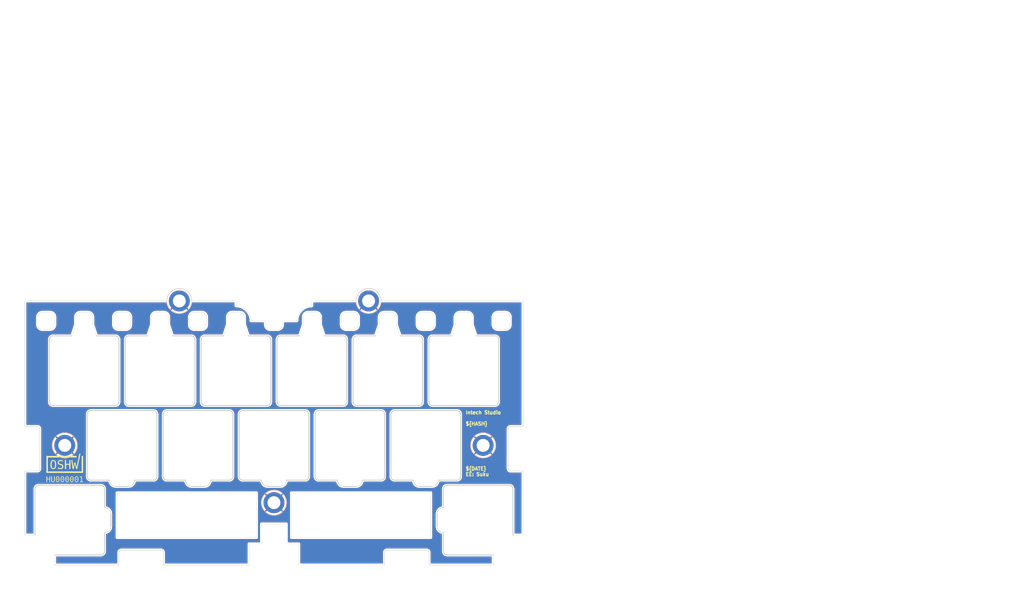
<source format=kicad_pcb>
(kicad_pcb (version 20241229) (generator "pcbnew") (generator_version "9.0")
  (layers (0 "F.Cu" signal) (2 "B.Cu" signal) (13 "F.Paste" user) (15 "B.Paste" user) (5 "F.SilkS" user "F.Silkscreen") (7 "B.SilkS" user "B.Silkscreen") (1 "F.Mask" user) (3 "B.Mask" user) (25 "Edge.Cuts" user))
  (net 0 "")
  (net 1 "GND")
  (footprint "suku_basics:OSHWA" (layer "F.Cu") (at 58 130.6)
    (property "Reference" "LOGO701" (hide yes))
    (property "Value" "OSHWA" (hide yes))
  )
  (footprint "suku_basics:SMD_NUT_M1.6x2.5" (layer "B.Cu") (at 119 97 180)
    (property "Reference" "J1012" (hide yes))
    (property "Value" "SMTSO1625MTJ" (hide yes))
    (pad "1" thru_hole circle (at 0 0) (size 4.2 4.2) (drill 2.6) (layers "*.Cu" "*.Mask") (net 1 "GND"))
  )
  (footprint "suku_basics:SMD_NUT_M1.6x2.5" (layer "B.Cu") (at 81 97 180)
    (property "Reference" "J1011" (hide yes))
    (property "Value" "SMTSO1625MTJ" (hide yes))
    (pad "1" thru_hole circle (at 0 0) (size 4.2 4.2) (drill 2.6) (layers "*.Cu" "*.Mask") (net 1 "GND"))
  )
  (footprint "suku_basics:SMD_NUT_M1.6x2.5" (layer "B.Cu") (at 100 137.5 180)
    (property "Reference" "J1003" (hide yes))
    (property "Value" "SMTSO1625MTJ" (hide yes))
    (pad "1" thru_hole circle (at 0 0) (size 4.2 4.2) (drill 2.6) (layers "*.Cu" "*.Mask") (net 1 "GND"))
  )
  (footprint "suku_basics:SMD_NUT_M1.6x2.5" (layer "B.Cu") (at 142 126 180)
    (property "Reference" "J1001" (hide yes))
    (property "Value" "SMTSO1625MTJ" (hide yes))
    (pad "1" thru_hole circle (at 0 0) (size 4.2 4.2) (drill 2.6) (layers "*.Cu" "*.Mask") (net 1 "GND"))
  )
  (footprint "suku_basics:SMD_NUT_M1.6x2.5" (layer "B.Cu") (at 58 126 180)
    (property "Reference" "J1002" (hide yes))
    (property "Value" "SMTSO1625MTJ" (hide yes))
    (pad "1" thru_hole circle (at 0 0) (size 4.2 4.2) (drill 2.6) (layers "*.Cu" "*.Mask") (net 1 "GND"))
  )
  (gr_line (start 62.52 132.25) (end 62.52 119.75) (stroke (width 0.2)) (layer "Edge.Cuts"))
  (gr_arc (start 100.62 104.75) (mid 100.839677 104.219677) (end 101.37 104) (stroke (width 0.2)) (layer "Edge.Cuts"))
  (gr_line (start 106.25 119) (end 93.75 119) (stroke (width 0.2)) (layer "Edge.Cuts"))
  (gr_line (start 109.37 100.25) (end 109.37 101.75) (stroke (width 0.05)) (layer "Edge.Cuts"))
  (gr_line (start 52.53 101.749999) (end 52.53 100.249999) (stroke (width 0.05)) (layer "Edge.Cuts"))
  (gr_line (start 55.65 118) (end 68.15 118) (stroke (width 0.2)) (layer "Edge.Cuts"))
  (gr_arc (start 124.23 133) (mid 123.699695 132.78032) (end 123.48 132.25) (stroke (width 0.2)) (layer "Edge.Cuts"))
  (gr_arc (start 136.35 100.25) (mid 136.642893 99.542893) (end 137.35 99.25) (stroke (width 0.05)) (layer "Edge.Cuts"))
  (gr_arc (start 68.15 104) (mid 68.680355 104.21966) (end 68.9 104.75) (stroke (width 0.2)) (layer "Edge.Cuts"))
  (gr_line (start 146.47 102.75) (end 144.97 102.75) (stroke (width 0.05)) (layer "Edge.Cuts"))
  (gr_arc (start 83.51 134.25) (mid 82.626142 133.883873) (end 82.26 133) (stroke (width 0.12)) (layer "Edge.Cuts"))
  (gr_line (start 63.65 100.25) (end 63.65 101.75) (stroke (width 0.05)) (layer "Edge.Cuts"))
  (gr_arc (start 131.23 99.25) (mid 131.937107 99.542893) (end 132.23 100.25) (stroke (width 0.05)) (layer "Edge.Cuts"))
  (gr_line (start 85.38 117.25) (end 85.38 104.75) (stroke (width 0.2)) (layer "Edge.Cuts"))
  (gr_line (start 101.75 101) (end 101.75 101.75) (stroke (width 0.05)) (layer "Edge.Cuts"))
  (gr_arc (start 52 134.75) (mid 52.21968 134.219695) (end 52.75 134) (stroke (width 0.2)) (layer "Edge.Cuts"))
  (gr_line (start 132.23 100.25) (end 132.23 101.75) (stroke (width 0.05)) (layer "Edge.Cuts"))
  (gr_line (start 140.6 104) (end 139.85 101.75) (stroke (width 0.05)) (layer "Edge.Cuts"))
  (gr_line (start 129.11 104) (end 125.36 104) (stroke (width 0.2)) (layer "Edge.Cuts"))
  (gr_line (start 134 134.75) (end 134 138.5) (stroke (width 0.2)) (layer "Edge.Cuts"))
  (gr_line (start 99.38 104.75) (end 99.38 117.25) (stroke (width 0.2)) (layer "Edge.Cuts"))
  (gr_line (start 95.000001 145.750001) (end 95 150) (stroke (width 0.05)) (layer "Edge.Cuts"))
  (gr_line (start 106.87 99.25) (end 108.37 99.25) (stroke (width 0.05)) (layer "Edge.Cuts"))
  (gr_line (start 79.64 104) (end 78.89 101.75) (stroke (width 0.05)) (layer "Edge.Cuts"))
  (gr_line (start 134.75 134) (end 147.25 134) (stroke (width 0.2)) (layer "Edge.Cuts"))
  (gr_line (start 76.39 99.25) (end 77.89 99.25) (stroke (width 0.05)) (layer "Edge.Cuts"))
  (gr_arc (start 91.01 119) (mid 91.540355 119.21966) (end 91.76 119.75) (stroke (width 0.2)) (layer "Edge.Cuts"))
  (gr_line (start 128.73 101.75) (end 128.73 100.25) (stroke (width 0.05)) (layer "Edge.Cuts"))
  (gr_line (start 136.73 119) (end 124.23 119) (stroke (width 0.2)) (layer "Edge.Cuts"))
  (gr_arc (start 132.23 101.75) (mid 131.937107 102.457107) (end 131.23 102.75) (stroke (width 0.05)) (layer "Edge.Cuts"))
  (gr_line (start 56.03 100.249999) (end 56.03 101.749999) (stroke (width 0.05)) (layer "Edge.Cuts"))
  (gr_arc (start 143.97 100.25) (mid 144.262893 99.542893) (end 144.97 99.25) (stroke (width 0.05)) (layer "Edge.Cuts"))
  (gr_line (start 83.39 118) (end 70.8901 118) (stroke (width 0.2)) (layer "Edge.Cuts"))
  (gr_arc (start 129.23 134.25) (mid 128.346142 133.883873) (end 127.98 133) (stroke (width 0.12)) (layer "Edge.Cuts"))
  (gr_line (start 55.65 104) (end 59.4 104) (stroke (width 0.2)) (layer "Edge.Cuts"))
  (gr_arc (start 98.63 104) (mid 99.160355 104.21966) (end 99.38 104.75) (stroke (width 0.2)) (layer "Edge.Cuts"))
  (gr_line (start 136.35 101.75) (end 136.35 100.25) (stroke (width 0.05)) (layer "Edge.Cuts"))
  (gr_line (start 96.5 135.5) (end 68.5 135.5) (stroke (width 0.05)) (layer "Edge.Cuts"))
  (gr_arc (start 123.48 119.75) (mid 123.699677 119.219677) (end 124.23 119) (stroke (width 0.2)) (layer "Edge.Cuts"))
  (gr_line (start 107.62 97) (end 116.5 97) (stroke (width 0.05)) (layer "Edge.Cuts"))
  (gr_line (start 129.73 99.25) (end 131.23 99.25) (stroke (width 0.05)) (layer "Edge.Cuts"))
  (gr_arc (start 117.74 133) (mid 117.373891 133.883891) (end 116.49 134.25) (stroke (width 0.12)) (layer "Edge.Cuts"))
  (gr_arc (start 67.25 142.25) (mid 66.883894 143.133908) (end 66 143.5) (stroke (width 0.12)) (layer "Edge.Cuts"))
  (gr_line (start 116.99 100.25) (end 116.99 101.75) (stroke (width 0.05)) (layer "Edge.Cuts"))
  (gr_line (start 68.83 150) (end 56 150) (stroke (width 0.1)) (layer "Edge.Cuts"))
  (gr_line (start 86.01 134.25) (end 83.51 134.25) (stroke (width 0.2)) (layer "Edge.Cuts"))
  (gr_line (start 131.5 135.5) (end 103.5 135.5) (stroke (width 0.05)) (layer "Edge.Cuts"))
  (gr_arc (start 55.65 118) (mid 55.119695 117.78032) (end 54.9 117.25) (stroke (width 0.2)) (layer "Edge.Cuts"))
  (gr_arc (start 116.99 101.75) (mid 116.697107 102.457107) (end 115.99 102.75) (stroke (width 0.05)) (layer "Edge.Cuts"))
  (gr_line (start 130.67 147) (end 122.67 147) (stroke (width 0.1)) (layer "Edge.Cuts"))
  (gr_arc (start 113.49 100.25) (mid 113.782893 99.542893) (end 114.49 99.25) (stroke (width 0.05)) (layer "Edge.Cuts"))
  (gr_line (start 102.5 141.75) (end 102.5 145.75) (stroke (width 0.05)) (layer "Edge.Cuts"))
  (gr_line (start 65.25 148) (end 56 148) (stroke (width 0.2)) (layer "Edge.Cuts"))
  (gr_line (start 120.36 104) (end 121.11 101.75) (stroke (width 0.05)) (layer "Edge.Cuts"))
  (gr_arc (start 55.03 99.249999) (mid 55.737107 99.542892) (end 56.03 100.249999) (stroke (width 0.05)) (layer "Edge.Cuts"))
  (gr_arc (start 106.25 119) (mid 106.780355 119.21966) (end 107 119.75) (stroke (width 0.2)) (layer "Edge.Cuts"))
  (gr_line (start 66 147.25) (end 66 143.5) (stroke (width 0.2)) (layer "Edge.Cuts"))
  (gr_arc (start 147 122.67) (mid 147.146447 122.316447) (end 147.5 122.17) (stroke (width 0.1)) (layer "Edge.Cuts"))
  (gr_line (start 92.38 97) (end 92.38 98) (stroke (width 0.05)) (layer "Edge.Cuts"))
  (gr_line (start 150 97) (end 121.5 97) (stroke (width 0.05)) (layer "Edge.Cuts"))
  (gr_arc (start 129.86 117.25) (mid 129.640337 117.780337) (end 129.11 118) (stroke (width 0.2)) (layer "Edge.Cuts"))
  (gr_arc (start 62.52 119.75) (mid 62.739677 119.219677) (end 63.27 119) (stroke (width 0.2)) (layer "Edge.Cuts"))
  (gr_line (start 56 150) (end 56 148) (stroke (width 0.05)) (layer "Edge.Cuts"))
  (gr_arc (start 53 130.67) (mid 52.853553 131.023553) (end 52.5 131.17) (stroke (width 0.1)) (layer "Edge.Cuts"))
  (gr_line (start 144.35 104) (end 140.6 104) (stroke (width 0.2)) (layer "Edge.Cuts"))
  (gr_line (start 134 147.25) (end 134 143.5) (stroke (width 0.2)) (layer "Edge.Cuts"))
  (gr_arc (start 53.53 102.749999) (mid 52.822893 102.457106) (end 52.53 101.749999) (stroke (width 0.05)) (layer "Edge.Cuts"))
  (gr_line (start 129.86 104.75) (end 129.86 117.25) (stroke (width 0.2)) (layer "Edge.Cuts"))
  (gr_line (start 101.37 104) (end 105.12 104) (stroke (width 0.2)) (layer "Edge.Cuts"))
  (gr_line (start 78.5 97) (end 50 97) (stroke (width 0.05)) (layer "Edge.Cuts"))
  (gr_line (start 63.27 133) (end 67.02 133) (stroke (width 0.2)) (layer "Edge.Cuts"))
  (gr_arc (start 90.63 100.25) (mid 90.922893 99.542893) (end 91.63 99.25) (stroke (width 0.05)) (layer "Edge.Cuts"))
  (gr_line (start 90.63 101.75) (end 90.63 100.25) (stroke (width 0.05)) (layer "Edge.Cuts"))
  (gr_arc (start 136.73 119) (mid 137.260355 119.21966) (end 137.48 119.75) (stroke (width 0.2)) (layer "Edge.Cuts"))
  (gr_line (start 101.25 134.25) (end 98.75 134.25) (stroke (width 0.2)) (layer "Edge.Cuts"))
  (gr_arc (start 91.76 132.25) (mid 91.540337 132.780337) (end 91.01 133) (stroke (width 0.2)) (layer "Edge.Cuts"))
  (gr_line (start 116.61 104) (end 120.36 104) (stroke (width 0.2)) (layer "Edge.Cuts"))
  (gr_arc (start 115.99 99.25) (mid 116.697107 99.542893) (end 116.99 100.25) (stroke (width 0.05)) (layer "Edge.Cuts"))
  (gr_line (start 70.14 117.25) (end 70.14 104.75) (stroke (width 0.2)) (layer "Edge.Cuts"))
  (gr_arc (start 146.47 99.25) (mid 147.177107 99.542893) (end 147.47 100.25) (stroke (width 0.05)) (layer "Edge.Cuts"))
  (gr_line (start 86.13 104) (end 89.88 104) (stroke (width 0.2)) (layer "Edge.Cuts"))
  (gr_arc (start 56.03 101.749999) (mid 55.737107 102.457106) (end 55.03 102.749999) (stroke (width 0.05)) (layer "Edge.Cuts"))
  (gr_arc (start 87.26 133) (mid 86.893891 133.883891) (end 86.01 134.25) (stroke (width 0.12)) (layer "Edge.Cuts"))
  (gr_line (start 83.01 101.75) (end 83.01 100.25) (stroke (width 0.05)) (layer "Edge.Cuts"))
  (gr_arc (start 107 132.25) (mid 106.780337 132.780337) (end 106.25 133) (stroke (width 0.2)) (layer "Edge.Cuts"))
  (gr_line (start 84.14 104.75) (end 84.14 117.25) (stroke (width 0.2)) (layer "Edge.Cuts"))
  (gr_line (start 68.5 144.5) (end 96.5 144.5) (stroke (width 0.05)) (layer "Edge.Cuts"))
  (gr_arc (start 102.5 133) (mid 102.133891 133.883891) (end 101.25 134.25) (stroke (width 0.12)) (layer "Edge.Cuts"))
  (gr_line (start 147.47 100.25) (end 147.47 101.75) (stroke (width 0.05)) (layer "Edge.Cuts"))
  (gr_arc (start 67.77 100.249999) (mid 68.062893 99.542892) (end 68.77 99.249999) (stroke (width 0.05)) (layer "Edge.Cuts"))
  (gr_line (start 55.03 102.749999) (end 53.53 102.749999) (stroke (width 0.05)) (layer "Edge.Cuts"))
  (gr_arc (start 52.5 122.17) (mid 52.853553 122.316447) (end 53 122.67) (stroke (width 0.1)) (layer "Edge.Cuts"))
  (gr_arc (start 84.14 117.25) (mid 83.920337 117.780337) (end 83.39 118) (stroke (width 0.2)) (layer "Edge.Cuts"))
  (gr_line (start 75.39 101.75) (end 75.39 100.25) (stroke (width 0.05)) (layer "Edge.Cuts"))
  (gr_line (start 121.11 101.75) (end 121.11 100.25) (stroke (width 0.05)) (layer "Edge.Cuts"))
  (gr_line (start 145.1 104.75) (end 145.1 117.25) (stroke (width 0.2)) (layer "Edge.Cuts"))
  (gr_line (start 77.33 147) (end 69.33 147) (stroke (width 0.1)) (layer "Edge.Cuts"))
  (gr_line (start 101.75 101) (end 104.62 101) (stroke (width 0.05)) (layer "Edge.Cuts"))
  (gr_line (start 106.25 133) (end 102.5 133) (stroke (width 0.2)) (layer "Edge.Cuts"))
  (gr_line (start 91.76 119.75) (end 91.76 132.25) (stroke (width 0.2)) (layer "Edge.Cuts"))
  (gr_arc (start 77.89 99.25) (mid 78.597107 99.542893) (end 78.89 100.25) (stroke (width 0.05)) (layer "Edge.Cuts"))
  (gr_line (start 137.35 99.25) (end 138.85 99.25) (stroke (width 0.05)) (layer "Edge.Cuts"))
  (gr_line (start 122.17 150) (end 104.999999 150) (stroke (width 0.05)) (layer "Edge.Cuts"))
  (gr_arc (start 75.77 119) (mid 76.300355 119.21966) (end 76.52 119.75) (stroke (width 0.2)) (layer "Edge.Cuts"))
  (gr_arc (start 85.38 104.75) (mid 85.599677 104.219677) (end 86.13 104) (stroke (width 0.2)) (layer "Edge.Cuts"))
  (gr_arc (start 104.62 101) (mid 105.49868 98.87868) (end 107.62 98) (stroke (width 0.05)) (layer "Edge.Cuts"))
  (gr_arc (start 52.53 100.249999) (mid 52.822893 99.542892) (end 53.53 99.249999) (stroke (width 0.05)) (layer "Edge.Cuts"))
  (gr_arc (start 138.85 99.25) (mid 139.557107 99.542893) (end 139.85 100.25) (stroke (width 0.05)) (layer "Edge.Cuts"))
  (gr_arc (start 131.85 118) (mid 131.319695 117.78032) (end 131.1 117.25) (stroke (width 0.2)) (layer "Edge.Cuts"))
  (gr_arc (start 99.25 102.75) (mid 98.542893 102.457107) (end 98.25 101.75) (stroke (width 0.05)) (layer "Edge.Cuts"))
  (gr_line (start 110.12 104) (end 109.37 101.75) (stroke (width 0.05)) (layer "Edge.Cuts"))
  (gr_arc (start 68.27 134.25) (mid 67.386142 133.883873) (end 67.02 133) (stroke (width 0.12)) (layer "Edge.Cuts"))
  (gr_line (start 116.49 134.25) (end 113.99 134.25) (stroke (width 0.2)) (layer "Edge.Cuts"))
  (gr_arc (start 93 119.75) (mid 93.219677 119.219677) (end 93.75 119) (stroke (width 0.2)) (layer "Edge.Cuts"))
  (gr_line (start 93 132.25) (end 93 119.75) (stroke (width 0.2)) (layer "Edge.Cuts"))
  (gr_line (start 144.35 118) (end 131.8501 118) (stroke (width 0.2)) (layer "Edge.Cuts"))
  (gr_arc (start 144.97 102.75) (mid 144.262893 102.457107) (end 143.97 101.75) (stroke (width 0.05)) (layer "Edge.Cuts"))
  (gr_line (start 94.13 100.25) (end 94.13 101.75) (stroke (width 0.05)) (layer "Edge.Cuts"))
  (gr_line (start 137.48 119.75) (end 137.48 132.25) (stroke (width 0.2)) (layer "Edge.Cuts"))
  (gr_line (start 131.23 102.75) (end 129.73 102.75) (stroke (width 0.05)) (layer "Edge.Cuts"))
  (gr_arc (start 116.5 97) (mid 119 94.5) (end 121.5 97) (stroke (width 0.05)) (layer "Edge.Cuts"))
  (gr_line (start 94.88 104) (end 94.13 101.75) (stroke (width 0.05)) (layer "Edge.Cuts"))
  (gr_line (start 52.75 134) (end 65.25 134) (stroke (width 0.2)) (layer "Edge.Cuts"))
  (gr_line (start 91.63 99.25) (end 93.13 99.25) (stroke (width 0.05)) (layer "Edge.Cuts"))
  (gr_line (start 98.63 104) (end 94.88 104) (stroke (width 0.2)) (layer "Edge.Cuts"))
  (gr_arc (start 128.73 100.25) (mid 129.022893 99.542893) (end 129.73 99.25) (stroke (width 0.05)) (layer "Edge.Cuts"))
  (gr_arc (start 76.52 132.25) (mid 76.300337 132.780337) (end 75.77 133) (stroke (width 0.2)) (layer "Edge.Cuts"))
  (gr_arc (start 137.48 132.25) (mid 137.260337 132.780337) (end 136.73 133) (stroke (width 0.2)) (layer "Edge.Cuts"))
  (gr_line (start 125.36 104) (end 124.61 101.75) (stroke (width 0.05)) (layer "Edge.Cuts"))
  (gr_arc (start 129.11 104) (mid 129.640355 104.21966) (end 129.86 104.75) (stroke (width 0.2)) (layer "Edge.Cuts"))
  (gr_line (start 100.62 117.25) (end 100.62 104.75) (stroke (width 0.2)) (layer "Edge.Cuts"))
  (gr_arc (start 114.62 117.25) (mid 114.400337 117.780337) (end 113.87 118) (stroke (width 0.2)) (layer "Edge.Cuts"))
  (gr_line (start 105.87 101.75) (end 105.87 100.25) (stroke (width 0.05)) (layer "Edge.Cuts"))
  (gr_line (start 59.4 104) (end 60.15 101.75) (stroke (width 0.05)) (layer "Edge.Cuts"))
  (gr_arc (start 147.5 131.17) (mid 147.146447 131.023553) (end 147 130.67) (stroke (width 0.1)) (layer "Edge.Cuts"))
  (gr_arc (start 71.27 101.749999) (mid 70.977107 102.457106) (end 70.27 102.749999) (stroke (width 0.05)) (layer "Edge.Cuts"))
  (gr_arc (start 93.13 99.25) (mid 93.837107 99.542893) (end 94.13 100.25) (stroke (width 0.05)) (layer "Edge.Cuts"))
  (gr_arc (start 108.37 99.25) (mid 109.077107 99.542893) (end 109.37 100.25) (stroke (width 0.05)) (layer "Edge.Cuts"))
  (gr_line (start 150 97) (end 150 122.17) (stroke (width 0.1)) (layer "Edge.Cuts"))
  (gr_line (start 76.52 119.75) (end 76.52 132.25) (stroke (width 0.2)) (layer "Edge.Cuts"))
  (gr_line (start 113.87 104) (end 110.12 104) (stroke (width 0.2)) (layer "Edge.Cuts"))
  (gr_arc (start 114.49 102.75) (mid 113.782893 102.457107) (end 113.49 101.75) (stroke (width 0.05)) (layer "Edge.Cuts"))
  (gr_line (start 52.5 122.17) (end 50 122.17) (stroke (width 0.1)) (layer "Edge.Cuts"))
  (gr_arc (start 129.73 102.75) (mid 129.022893 102.457107) (end 128.73 101.75) (stroke (width 0.05)) (layer "Edge.Cuts"))
  (gr_line (start 144 148) (end 144 150) (stroke (width 0.05)) (layer "Edge.Cuts"))
  (gr_arc (start 115.86 104.75) (mid 116.079677 104.219677) (end 116.61 104) (stroke (width 0.2)) (layer "Edge.Cuts"))
  (gr_arc (start 66 138.5) (mid 66.883876 138.866124) (end 67.25 139.75) (stroke (width 0.12)) (layer "Edge.Cuts"))
  (gr_arc (start 122.24 132.25) (mid 122.020337 132.780337) (end 121.49 133) (stroke (width 0.2)) (layer "Edge.Cuts"))
  (gr_arc (start 70.89 118) (mid 70.359695 117.78032) (end 70.14 117.25) (stroke (width 0.2)) (layer "Edge.Cuts"))
  (gr_line (start 121.49 133) (end 117.74 133) (stroke (width 0.2)) (layer "Edge.Cuts"))
  (gr_arc (start 98.75 134.25) (mid 97.866142 133.883873) (end 97.5 133) (stroke (width 0.12)) (layer "Edge.Cuts"))
  (gr_arc (start 84.01 102.75) (mid 83.302893 102.457107) (end 83.01 101.75) (stroke (width 0.05)) (layer "Edge.Cuts"))
  (gr_line (start 68.83 147.5) (end 68.83 150) (stroke (width 0.1)) (layer "Edge.Cuts"))
  (gr_arc (start 54.9 104.75) (mid 55.119677 104.219677) (end 55.65 104) (stroke (width 0.2)) (layer "Edge.Cuts"))
  (gr_line (start 70.77 134.25) (end 68.27 134.25) (stroke (width 0.2)) (layer "Edge.Cuts"))
  (gr_arc (start 70.14 104.75) (mid 70.359677 104.219677) (end 70.89 104) (stroke (width 0.2)) (layer "Edge.Cuts"))
  (gr_line (start 107.62 97) (end 107.62 98) (stroke (width 0.05)) (layer "Edge.Cuts"))
  (gr_line (start 103.5 135.5) (end 103.5 144.5) (stroke (width 0.05)) (layer "Edge.Cuts"))
  (gr_line (start 131.5 135.5) (end 131.5 144.5) (stroke (width 0.05)) (layer "Edge.Cuts"))
  (gr_line (start 139.85 100.25) (end 139.85 101.75) (stroke (width 0.05)) (layer "Edge.Cuts"))
  (gr_line (start 50 131.17) (end 52.5 131.17) (stroke (width 0.1)) (layer "Edge.Cuts"))
  (gr_arc (start 93.75 133) (mid 93.219695 132.78032) (end 93 132.25) (stroke (width 0.2)) (layer "Edge.Cuts"))
  (gr_line (start 71.27 100.249999) (end 71.27 101.749999) (stroke (width 0.05)) (layer "Edge.Cuts"))
  (gr_line (start 124.23 133) (end 127.98 133) (stroke (width 0.2)) (layer "Edge.Cuts"))
  (gr_arc (start 132.75 139.75) (mid 133.116127 138.866142) (end 134 138.5) (stroke (width 0.12)) (layer "Edge.Cuts"))
  (gr_arc (start 134.75 148) (mid 134.219663 147.780337) (end 134 147.25) (stroke (width 0.2)) (layer "Edge.Cuts"))
  (gr_arc (start 62.65 99.25) (mid 63.357107 99.542893) (end 63.65 100.25) (stroke (width 0.05)) (layer "Edge.Cuts"))
  (gr_line (start 129.11 118) (end 116.6101 118) (stroke (width 0.2)) (layer "Edge.Cuts"))
  (gr_line (start 89.88 104) (end 90.63 101.75) (stroke (width 0.05)) (layer "Edge.Cuts"))
  (gr_line (start 115.86 117.25) (end 115.86 104.75) (stroke (width 0.2)) (layer "Edge.Cuts"))
  (gr_arc (start 86.51 101.75) (mid 86.217107 102.457107) (end 85.51 102.75) (stroke (width 0.05)) (layer "Edge.Cuts"))
  (gr_arc (start 121.11 100.25) (mid 121.402893 99.542893) (end 122.11 99.25) (stroke (width 0.05)) (layer "Edge.Cuts"))
  (gr_arc (start 116.61 118) (mid 116.079695 117.78032) (end 115.86 117.25) (stroke (width 0.2)) (layer "Edge.Cuts"))
  (gr_line (start 131.85 104) (end 135.6 104) (stroke (width 0.2)) (layer "Edge.Cuts"))
  (gr_arc (start 75.39 100.25) (mid 75.682893 99.542893) (end 76.39 99.25) (stroke (width 0.05)) (layer "Edge.Cuts"))
  (gr_arc (start 147.47 101.75) (mid 147.177107 102.457107) (end 146.47 102.75) (stroke (width 0.05)) (layer "Edge.Cuts"))
  (gr_line (start 147 122.67) (end 147 130.67) (stroke (width 0.1)) (layer "Edge.Cuts"))
  (gr_line (start 131.17 150) (end 131.17 147.5) (stroke (width 0.1)) (layer "Edge.Cuts"))
  (gr_line (start 78.89 100.25) (end 78.89 101.75) (stroke (width 0.05)) (layer "Edge.Cuts"))
  (gr_line (start 74.64 104) (end 75.39 101.75) (stroke (width 0.05)) (layer "Edge.Cuts"))
  (gr_arc (start 131.1 104.75) (mid 131.319677 104.219677) (end 131.85 104) (stroke (width 0.2)) (layer "Edge.Cuts"))
  (gr_arc (start 68.77 102.749999) (mid 68.062893 102.457106) (end 67.77 101.749999) (stroke (width 0.05)) (layer "Edge.Cuts"))
  (gr_line (start 52 134.75) (end 52 144) (stroke (width 0.2)) (layer "Edge.Cuts"))
  (gr_line (start 78.51 133) (end 82.26 133) (stroke (width 0.2)) (layer "Edge.Cuts"))
  (gr_arc (start 70.27 99.249999) (mid 70.977107 99.542892) (end 71.27 100.249999) (stroke (width 0.05)) (layer "Edge.Cuts"))
  (gr_line (start 150 122.17) (end 147.5 122.17) (stroke (width 0.1)) (layer "Edge.Cuts"))
  (gr_line (start 67.77 101.749999) (end 67.77 100.249999) (stroke (width 0.05)) (layer "Edge.Cuts"))
  (gr_line (start 75.77 119) (end 63.27 119) (stroke (width 0.2)) (layer "Edge.Cuts"))
  (gr_line (start 86.13 118) (end 98.63 118) (stroke (width 0.2)) (layer "Edge.Cuts"))
  (gr_arc (start 92.38 98) (mid 94.50132 98.87868) (end 95.38 101) (stroke (width 0.05)) (layer "Edge.Cuts"))
  (gr_arc (start 77.33 147) (mid 77.683553 147.146447) (end 77.83 147.5) (stroke (width 0.1)) (layer "Edge.Cuts"))
  (gr_arc (start 78.5 97) (mid 81 94.5) (end 83.5 97) (stroke (width 0.05)) (layer "Edge.Cuts"))
  (gr_line (start 93.75 133) (end 97.5 133) (stroke (width 0.2)) (layer "Edge.Cuts"))
  (gr_line (start 122.24 119.75) (end 122.24 132.25) (stroke (width 0.2)) (layer "Edge.Cuts"))
  (gr_line (start 136.73 133) (end 132.98 133) (stroke (width 0.2)) (layer "Edge.Cuts"))
  (gr_arc (start 83.39 104) (mid 83.920355 104.21966) (end 84.14 104.75) (stroke (width 0.2)) (layer "Edge.Cuts"))
  (gr_arc (start 68.9 117.25) (mid 68.680337 117.780337) (end 68.15 118) (stroke (width 0.2)) (layer "Edge.Cuts"))
  (gr_line (start 84.01 99.25) (end 85.51 99.25) (stroke (width 0.05)) (layer "Edge.Cuts"))
  (gr_line (start 68.15 104) (end 64.4 104) (stroke (width 0.2)) (layer "Edge.Cuts"))
  (gr_line (start 147.5 131.17) (end 150 131.17) (stroke (width 0.1)) (layer "Edge.Cuts"))
  (gr_line (start 144 150) (end 131.17 150) (stroke (width 0.1)) (layer "Edge.Cuts"))
  (gr_line (start 68.5 135.5) (end 68.5 144.5) (stroke (width 0.05)) (layer "Edge.Cuts"))
  (gr_line (start 97.5 141.75) (end 102.5 141.75) (stroke (width 0.05)) (layer "Edge.Cuts"))
  (gr_line (start 100.75 102.75) (end 99.25 102.75) (stroke (width 0.05)) (layer "Edge.Cuts"))
  (gr_arc (start 108.24 119.75) (mid 108.459677 119.219677) (end 108.99 119) (stroke (width 0.2)) (layer "Edge.Cuts"))
  (gr_arc (start 85.51 99.25) (mid 86.217107 99.542893) (end 86.51 100.25) (stroke (width 0.05)) (layer "Edge.Cuts"))
  (gr_arc (start 134 134.75) (mid 134.21968 134.219695) (end 134.75 134) (stroke (width 0.2)) (layer "Edge.Cuts"))
  (gr_line (start 144.97 99.25) (end 146.47 99.25) (stroke (width 0.05)) (layer "Edge.Cuts"))
  (gr_line (start 83.39 104) (end 79.64 104) (stroke (width 0.2)) (layer "Edge.Cuts"))
  (gr_line (start 77.83 150) (end 77.83 147.5) (stroke (width 0.1)) (layer "Edge.Cuts"))
  (gr_line (start 77.76 132.25) (end 77.76 119.75) (stroke (width 0.2)) (layer "Edge.Cuts"))
  (gr_line (start 68.9 104.75) (end 68.9 117.25) (stroke (width 0.2)) (layer "Edge.Cuts"))
  (gr_arc (start 77.76 119.75) (mid 77.979677 119.219677) (end 78.51 119) (stroke (width 0.2)) (layer "Edge.Cuts"))
  (gr_line (start 67.25 139.75) (end 67.25 142.25) (stroke (width 0.2)) (layer "Edge.Cuts"))
  (gr_line (start 91.01 133) (end 87.26 133) (stroke (width 0.2)) (layer "Edge.Cuts"))
  (gr_arc (start 108.99 133) (mid 108.459695 132.78032) (end 108.24 132.25) (stroke (width 0.2)) (layer "Edge.Cuts"))
  (gr_line (start 114.49 99.25) (end 115.99 99.25) (stroke (width 0.05)) (layer "Edge.Cuts"))
  (gr_arc (start 65.25 134) (mid 65.780323 134.219677) (end 66 134.75) (stroke (width 0.2)) (layer "Edge.Cuts"))
  (gr_arc (start 145.1 117.25) (mid 144.880337 117.780337) (end 144.35 118) (stroke (width 0.2)) (layer "Edge.Cuts"))
  (gr_arc (start 147.25 134) (mid 147.780323 134.219677) (end 148 134.75) (stroke (width 0.2)) (layer "Edge.Cuts"))
  (gr_line (start 113.49 101.75) (end 113.49 100.25) (stroke (width 0.05)) (layer "Edge.Cuts"))
  (gr_line (start 54.9 117.25) (end 54.9 104.75) (stroke (width 0.2)) (layer "Edge.Cuts"))
  (gr_line (start 60.15 101.75) (end 60.15 100.25) (stroke (width 0.05)) (layer "Edge.Cuts"))
  (gr_line (start 97.5 145.75) (end 95.000001 145.750001) (stroke (width 0.05)) (layer "Edge.Cuts"))
  (gr_line (start 64.4 104) (end 63.65 101.75) (stroke (width 0.05)) (layer "Edge.Cuts"))
  (gr_line (start 115.99 102.75) (end 114.49 102.75) (stroke (width 0.05)) (layer "Edge.Cuts"))
  (gr_arc (start 86.13 118) (mid 85.599695 117.78032) (end 85.38 117.25) (stroke (width 0.2)) (layer "Edge.Cuts"))
  (gr_line (start 50 122.17) (end 50 97) (stroke (width 0.1)) (layer "Edge.Cuts"))
  (gr_arc (start 144.35 104) (mid 144.880355 104.21966) (end 145.1 104.75) (stroke (width 0.2)) (layer "Edge.Cuts"))
  (gr_arc (start 66 147.25) (mid 65.78034 147.780355) (end 65.25 148) (stroke (width 0.2)) (layer "Edge.Cuts"))
  (gr_arc (start 122.17 147.5) (mid 122.316447 147.146447) (end 122.67 147) (stroke (width 0.1)) (layer "Edge.Cuts"))
  (gr_line (start 122.11 99.25) (end 123.61 99.25) (stroke (width 0.05)) (layer "Edge.Cuts"))
  (gr_line (start 108.24 132.25) (end 108.24 119.75) (stroke (width 0.2)) (layer "Edge.Cuts"))
  (gr_line (start 70.89 104) (end 74.64 104) (stroke (width 0.2)) (layer "Edge.Cuts"))
  (gr_line (start 135.6 104) (end 136.35 101.75) (stroke (width 0.05)) (layer "Edge.Cuts"))
  (gr_arc (start 105.87 100.25) (mid 106.162893 99.542893) (end 106.87 99.25) (stroke (width 0.05)) (layer "Edge.Cuts"))
  (gr_line (start 85.51 102.75) (end 84.01 102.75) (stroke (width 0.05)) (layer "Edge.Cuts"))
  (gr_arc (start 63.27 133) (mid 62.739695 132.78032) (end 62.52 132.25) (stroke (width 0.2)) (layer "Edge.Cuts"))
  (gr_line (start 86.51 100.25) (end 86.51 101.75) (stroke (width 0.05)) (layer "Edge.Cuts"))
  (gr_line (start 150 144) (end 148 144) (stroke (width 0.05)) (layer "Edge.Cuts"))
  (gr_line (start 61.15 99.25) (end 62.65 99.25) (stroke (width 0.05)) (layer "Edge.Cuts"))
  (gr_line (start 132.75 142.25) (end 132.75 139.75) (stroke (width 0.2)) (layer "Edge.Cuts"))
  (gr_line (start 108.99 119) (end 121.49 119) (stroke (width 0.2)) (layer "Edge.Cuts"))
  (gr_line (start 66 134.75) (end 66 138.5) (stroke (width 0.2)) (layer "Edge.Cuts"))
  (gr_line (start 70.27 102.749999) (end 68.77 102.749999) (stroke (width 0.05)) (layer "Edge.Cuts"))
  (gr_arc (start 83.01 100.25) (mid 83.302893 99.542893) (end 84.01 99.25) (stroke (width 0.05)) (layer "Edge.Cuts"))
  (gr_line (start 105 145.750002) (end 104.999999 150) (stroke (width 0.05)) (layer "Edge.Cuts"))
  (gr_line (start 124.61 100.25) (end 124.61 101.75) (stroke (width 0.05)) (layer "Edge.Cuts"))
  (gr_line (start 91.01 119) (end 78.51 119) (stroke (width 0.2)) (layer "Edge.Cuts"))
  (gr_arc (start 130.67 147) (mid 131.023553 147.146447) (end 131.17 147.5) (stroke (width 0.1)) (layer "Edge.Cuts"))
  (gr_line (start 75.77 133) (end 72.02 133) (stroke (width 0.2)) (layer "Edge.Cuts"))
  (gr_line (start 53 130.67) (end 53 122.67) (stroke (width 0.1)) (layer "Edge.Cuts"))
  (gr_arc (start 60.15 100.25) (mid 60.442893 99.542893) (end 61.15 99.25) (stroke (width 0.05)) (layer "Edge.Cuts"))
  (gr_arc (start 113.99 134.25) (mid 113.106142 133.883873) (end 112.74 133) (stroke (width 0.12)) (layer "Edge.Cuts"))
  (gr_line (start 143.97 101.75) (end 143.97 100.25) (stroke (width 0.05)) (layer "Edge.Cuts"))
  (gr_line (start 95.38 101) (end 98.25 101) (stroke (width 0.05)) (layer "Edge.Cuts"))
  (gr_line (start 123.48 132.25) (end 123.48 119.75) (stroke (width 0.2)) (layer "Edge.Cuts"))
  (gr_line (start 103.5 144.5) (end 131.5 144.5) (stroke (width 0.05)) (layer "Edge.Cuts"))
  (gr_line (start 50 144) (end 50 131.17) (stroke (width 0.1)) (layer "Edge.Cuts"))
  (gr_line (start 95 150) (end 77.83 150) (stroke (width 0.1)) (layer "Edge.Cuts"))
  (gr_line (start 131.1 117.25) (end 131.1 104.75) (stroke (width 0.2)) (layer "Edge.Cuts"))
  (gr_line (start 150 131.17) (end 150 144) (stroke (width 0.05)) (layer "Edge.Cuts"))
  (gr_line (start 107 119.75) (end 107 132.25) (stroke (width 0.2)) (layer "Edge.Cuts"))
  (gr_arc (start 121.49 119) (mid 122.020355 119.21966) (end 122.24 119.75) (stroke (width 0.2)) (layer "Edge.Cuts"))
  (gr_line (start 105 145.750002) (end 102.5 145.75) (stroke (width 0.05)) (layer "Edge.Cuts"))
  (gr_line (start 113.87 118) (end 101.37 118) (stroke (width 0.2)) (layer "Edge.Cuts"))
  (gr_arc (start 134 143.5) (mid 133.116109 143.133891) (end 132.75 142.25) (stroke (width 0.12)) (layer "Edge.Cuts"))
  (gr_arc (start 132.98 133) (mid 132.613891 133.883891) (end 131.73 134.25) (stroke (width 0.12)) (layer "Edge.Cuts"))
  (gr_line (start 105.12 104) (end 105.87 101.75) (stroke (width 0.05)) (layer "Edge.Cuts"))
  (gr_line (start 53.53 99.249999) (end 55.03 99.249999) (stroke (width 0.05)) (layer "Edge.Cuts"))
  (gr_line (start 108.99 133) (end 112.74 133) (stroke (width 0.2)) (layer "Edge.Cuts"))
  (gr_line (start 98.25 101.75) (end 98.25 101) (stroke (width 0.05)) (layer "Edge.Cuts"))
  (gr_arc (start 68.83 147.5) (mid 68.976447 147.146447) (end 69.33 147) (stroke (width 0.1)) (layer "Edge.Cuts"))
  (gr_line (start 114.62 104.75) (end 114.62 117.25) (stroke (width 0.2)) (layer "Edge.Cuts"))
  (gr_arc (start 72.02 133) (mid 71.653891 133.883891) (end 70.77 134.25) (stroke (width 0.12)) (layer "Edge.Cuts"))
  (gr_line (start 97.5 145.75) (end 97.5 141.75) (stroke (width 0.05)) (layer "Edge.Cuts"))
  (gr_arc (start 113.87 104) (mid 114.400355 104.21966) (end 114.62 104.75) (stroke (width 0.2)) (layer "Edge.Cuts"))
  (gr_arc (start 101.37 118) (mid 100.839695 117.78032) (end 100.62 117.25) (stroke (width 0.2)) (layer "Edge.Cuts"))
  (gr_line (start 52 144) (end 50 144) (stroke (width 0.05)) (layer "Edge.Cuts"))
  (gr_arc (start 101.75 101.75) (mid 101.457107 102.457107) (end 100.75 102.75) (stroke (width 0.05)) (layer "Edge.Cuts"))
  (gr_line (start 68.77 99.249999) (end 70.27 99.249999) (stroke (width 0.05)) (layer "Edge.Cuts"))
  (gr_arc (start 123.61 99.25) (mid 124.317107 99.542893) (end 124.61 100.25) (stroke (width 0.05)) (layer "Edge.Cuts"))
  (gr_line (start 148 134.75) (end 148 144) (stroke (width 0.2)) (layer "Edge.Cuts"))
  (gr_line (start 83.5 97) (end 92.38 97) (stroke (width 0.05)) (layer "Edge.Cuts"))
  (gr_arc (start 99.38 117.25) (mid 99.160337 117.780337) (end 98.63 118) (stroke (width 0.2)) (layer "Edge.Cuts"))
  (gr_line (start 144 148) (end 134.75 148) (stroke (width 0.2)) (layer "Edge.Cuts"))
  (gr_line (start 122.17 147.5) (end 122.17 150) (stroke (width 0.1)) (layer "Edge.Cuts"))
  (gr_line (start 96.5 135.5) (end 96.5 144.5) (stroke (width 0.05)) (layer "Edge.Cuts"))
  (gr_line (start 131.73 134.25) (end 129.23 134.25) (stroke (width 0.2)) (layer "Edge.Cuts"))
  (gr_arc (start 78.51 133) (mid 77.979695 132.78032) (end 77.76 132.25) (stroke (width 0.2)) (layer "Edge.Cuts"))
  (gr_text "Intech Studio\n${PROJECTNAME}\n${HASH}\n\n\n\n\n\n\n\n${DATE}\nEE: Suku" (at 138.4 119 0) (layer "F.SilkS") (effects (font (size 0.7 0.7) (thickness 0.175)) (justify left top)))
  (zone (net 1) (net_name "GND") (layer "F.Cu") (connect_pads (clearance 0.254)) (min_thickness 0.1524) (fill yes (thermal_gap 0.508) (thermal_bridge_width 0.254) (island_removal_mode 2) (island_area_min 10))
    (polygon (pts (xy 45 45) (xy 50 45) (xy 51 41) (xy 53 41) (xy 54 45) (xy 155 45) (xy 155 155) (xy 45 155)))
  )
  (zone (net 1) (net_name "GND") (layer "B.Cu") (connect_pads (clearance 0.254)) (min_thickness 0.1524) (fill yes (thermal_gap 0.508) (thermal_bridge_width 0.254) (island_removal_mode 2) (island_area_min 10))
    (polygon (pts (xy 45 45) (xy 50 45) (xy 59 45) (xy 60 41) (xy 62 41) (xy 63 45) (xy 155 45) (xy 155 155) (xy 45 155)))
  )
)
</source>
